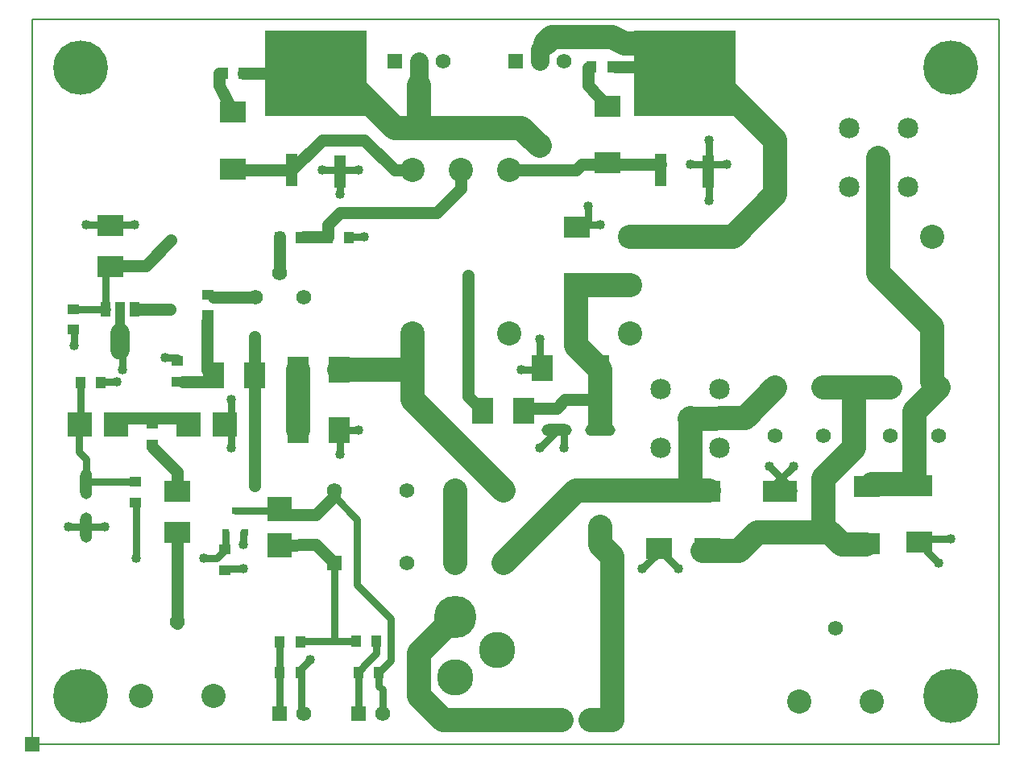
<source format=gtl>
G04 Format statement*
%FSLAX23Y23*%
%MOIN*%
G04 Apeture information*
%ADD10C,.003*%
%ADD11C,.005*%
%ADD12C,.001*%
%ADD13C,.008*%
%ADD14R,.062X.062*%
%ADD15R,.068X.068*%
%ADD16C,.062*%
%ADD17C,.068*%
%ADD18O,.125X.050*%
%ADD19O,.131X.056*%
%ADD20C,.056*%
%ADD21R,.040X.045*%
%ADD22R,.046X.051*%
%ADD23R,.046X.046*%
%ADD24C,.010*%
%ADD25R,.045X.040*%
%ADD26R,.051X.046*%
%ADD27R,.030X.030*%
%ADD28R,.036X.036*%
%ADD29R,.110X.090*%
%ADD30R,.116X.096*%
%ADD31R,.096X.096*%
%ADD32R,.090X.110*%
%ADD33R,.096X.116*%
%ADD34R,.040X.200*%
%ADD35R,.046X.206*%
%ADD36R,.040X.060*%
%ADD37R,.046X.066*%
%ADD38O,.080X.150*%
%ADD39O,.086X.156*%
%ADD40C,.086*%
%ADD41R,.100X.100*%
%ADD42R,.106X.106*%
%ADD43R,.140X.090*%
%ADD44R,.146X.096*%
%ADD45O,.050X.125*%
%ADD46O,.056X.131*%
%ADD47C,.085*%
%ADD48C,.091*%
%ADD49C,.070*%
%ADD50C,.076*%
%ADD51R,.420X.355*%
%ADD52R,.426X.361*%
%ADD53R,.361X.361*%
%ADD54R,.050X.135*%
%ADD55R,.056X.141*%
%ADD56R,.056X.056*%
%ADD57C,.175*%
%ADD58C,.181*%
%ADD59C,.150*%
%ADD60C,.156*%
%AMTHERM150*7,0,0,.170,.150,.050,0*%
%ADD61THERM150*%
%ADD62C,.100*%
%ADD63C,.106*%
%ADD64C,.075*%
%ADD65C,.030*%
%ADD66C,.050*%
%ADD67C,.012*%
%ADD68C,.040*%
%ADD69C,.046*%
%ADD70C,.225*%
%ADD71C,.231*%
%ADD72C,.006*%
G04 End of apeture information*
D14*
D03*D02*D02*X2000Y2825*D03*
D16*
D02*X2100Y2825*D03*
D02*X2200Y2825*D03*
D14*
D02*X1500Y2825*D03*
D16*
D02*X1600Y2825*D03*
D02*X1700Y2825*D03*
D18*
D02*X2350Y1300*D03*
D02*X2170Y1300*D03*
D21*
D02*X1110Y423*D03*
D02*X1025Y423*D03*
D02*X1110Y298*D03*
D02*X1025Y298*D03*
D25*
D02*X173Y1715*D03*
D02*X173Y1800*D03*
D21*
D02*X1310Y2098*D03*
D02*X1225Y2098*D03*
D25*
D02*X727Y1860*D03*
D02*X727Y1775*D03*
D21*
D02*X1110Y2098*D03*
D02*X1025Y2098*D03*
D02*X1340Y427*D03*
D02*X1425Y427*D03*
D02*X1435Y298*D03*
D02*X1350Y298*D03*
D25*
D02*X498Y1240*D03*
D02*X498Y1325*D03*
D21*
D02*X285Y1498*D03*
D02*X200Y1498*D03*
D25*
D02*X427Y1085*D03*
D02*X427Y1000*D03*
D02*X798Y720*D03*
D02*X798Y805*D03*
D02*X602Y1585*D03*
D02*X602Y1500*D03*
D21*
D02*X2315Y2802*D03*
D02*X2400Y2802*D03*
D02*X790Y2777*D03*
D02*X875Y2777*D03*
D16*
D02*X1125Y125*D03*
D14*
D02*X1025Y125*D03*
D16*
D02*X1450Y125*D03*
D14*
D02*X1350Y125*D03*
D27*
D02*X880Y875*D03*
D02*X800Y875*D03*
D02*X840Y965*D03*
D29*
D02*X325Y2145*D03*
D02*X325Y1975*D03*
D02*X3670Y835*D03*
D02*X3670Y1070*D03*
D02*X2255Y2140*D03*
D02*X2255Y1905*D03*
D32*
D02*X2110Y1555*D03*
D02*X2345Y1555*D03*
D29*
D02*X2795Y810*D03*
D02*X2795Y1045*D03*
D02*X3455Y1065*D03*
D02*X3455Y830*D03*
D32*
D02*X2035Y1380*D03*
D02*X1865Y1380*D03*
D02*X1270Y1550*D03*
D02*X1100Y1550*D03*
D02*X1270Y1300*D03*
D02*X1100Y1300*D03*
D29*
D02*X600Y1045*D03*
D02*X600Y875*D03*
D32*
D02*X920Y1525*D03*
D02*X750Y1525*D03*
D29*
D02*X2380Y2640*D03*
D02*X2380Y2405*D03*
D02*X830Y2615*D03*
D02*X830Y2380*D03*
D02*X2595Y810*D03*
D02*X2595Y1045*D03*
D34*
D02*X365Y1730*D03*
D36*
D02*X305Y1800*D03*
D02*X425Y1800*D03*
D38*
D02*X365Y1665*D03*
D14*
D02*X2400Y100*D03*
D16*
D02*X2300Y100*D03*
D02*X2200Y100*D03*
D02*X2100Y100*D03*
D41*
D02*X648Y1324*D03*
D02*X799Y1324*D03*
D02*X198Y1324*D03*
D02*X349Y1324*D03*
D02*X1026Y823*D03*
D02*X1026Y974*D03*
D43*
D02*X3095Y1045*D03*
D02*X3095Y875*D03*
D45*
D02*X225Y895*D03*
D02*X225Y1075*D03*
D16*
D02*X3275Y1275*D03*
D02*X3075Y1275*D03*
D02*X3075Y1475*D03*
D02*X3275Y1475*D03*
D02*X3750Y1275*D03*
D02*X3550Y1275*D03*
D02*X3550Y1475*D03*
D02*X3750Y1475*D03*
D47*
D02*X2600Y1225*D03*
D02*X2845Y1225*D03*
D02*X2845Y1470*D03*
D02*X2600Y1470*D03*
D49*
D02*X2722Y1348*D03*
D47*
D02*X3625Y2550*D03*
D02*X3380Y2550*D03*
D02*X3380Y2305*D03*
D02*X3625Y2305*D03*
D49*
D02*X3503Y2427*D03*
D16*
D02*X925Y1850*D03*
D02*X1025Y1950*D03*
D02*X1125Y1850*D03*
D02*X1250Y1050*D03*
D02*X1550Y1050*D03*
D02*X1750Y1050*D03*
D02*X1950Y1050*D03*
D02*X1950Y750*D03*
D02*X1750Y750*D03*
D02*X1550Y750*D03*
D14*
D02*X1250Y750*D03*
D51*
D02*X2700Y2775*D03*
D54*
D02*X2601Y2375*D03*
D02*X2799Y2370*D03*
D51*
D02*X1175Y2775*D03*
D54*
D02*X1076Y2375*D03*
D02*X1274Y2370*D03*
D57*
D02*X1750Y525*D03*
D59*
D02*X1925Y390*D03*
D02*X1750Y275*D03*
D16*
D02*X600Y505*D03*
D62*
D02*X750Y200*D03*
D02*X450Y200*D03*
D16*
D02*X3325Y480*D03*
D62*
D02*X3475Y175*D03*
D02*X3175Y175*D03*
D02*X1775Y2375*D03*
D02*X1975Y2375*D03*
D02*X1575Y2375*D03*
D02*X1575Y1700*D03*
D02*X1975Y1700*D03*
D02*X2475Y1900*D03*
D02*X2475Y2100*D03*
D02*X2475Y1700*D03*
D02*X3725Y1700*D03*
D02*X3725Y2100*D03*
D02*X1175Y2775*
D01*X1350Y2700*
D64*
D02*D02*X2100Y2875*
D01*X2125Y2900*
D62*
D02*D02*X2400Y2925*
D01*X2450Y2900*
D02*X2125Y2900*
D01*X2150Y2925*
D02*X1350Y2700*
D01*X1500Y2550*
D65*
D02*D02*X1250Y1025*
D01*X1345Y930*
D02*X1345Y660*
D01*X1485Y520*
D02*X1435Y295*
D01*X1485Y345*
D02*X1435Y240*
D01*X1450Y225*
D02*X1350Y298*
D01*X1375Y325*
X1425Y375*
D62*
D02*D02*X1575Y1425*
D01*X1950Y1050*
D02*X1950Y750*
D01*X2250Y1050*
D02*X2950Y1350*
D01*X3075Y1475*
D02*X2722Y1348*
D01*X2950Y1350*
D02*X2925Y800*
D01*X3000Y875*
D02*X3300Y875*
D01*X3350Y825*
D02*X3275Y1100*
D01*X3400Y1225*
D02*X3650Y1375*
D01*X3750Y1475*
D02*X3500Y1950*
D01*X3725Y1725*
D02*X2900Y2100*
D01*X3075Y2275*
D02*X2775Y2800*
D01*X3075Y2500*
D66*
D02*D02*X2375Y2400*
D01*X2380Y2405*
D02*X2415Y2802*
D01*X2625Y2800*
D02*X2300Y2725*
D01*X2380Y2640*
D02*X2250Y2375*
D01*X2275Y2400*
D02*X2375Y2400*
D01*X2380Y2405*
D02*X775Y2725*
D01*X830Y2615*
D02*X1075Y2375*
D01*X1200Y2500*
D02*X1375Y2500*
D01*X1500Y2375*
D62*
D02*D02*X2250Y1650*
D01*X2350Y1550*
D02*X2345Y1555*
D01*X2350Y1550*
D02*X2350Y825*
D01*X2400Y775*
D02*X1600Y375*
D01*X1750Y525*
D02*X1600Y200*
D01*X1700Y100*
D66*
D02*D02*X1675Y2200*
D01*X1775Y2300*
D02*X1225Y2150*
D01*X1275Y2200*
D02*X500Y1225*
D01*X600Y1125*
D02*X1175Y825*
D01*X1250Y750*
D02*X1026Y823*
D01*X1175Y825*
D02*X1175Y950*
D01*X1250Y1025*
D65*
D02*D02*X765Y770*
D01*X800Y805*
D02*X225Y1075*
D01*X230Y1085*
D02*X195Y1210*
D01*X225Y1180*
D02*X198Y1324*
D01*X200Y1325*
D66*
D02*D02*X2170Y1390*
D01*X2205Y1425*
D02*X1805Y1440*
D01*X1865Y1380*
D02*X470Y1980*
D01*X575Y2085*
D65*
D02*D02*X2100Y1225*
D01*X2175Y1300*
D02*X2575Y825*
D01*X2675Y725*
D02*X2525Y725*
D01*X2600Y800*
D02*X1110Y310*
D01*X1150Y350*
D02*X3700Y800*
D01*X3750Y750*
D02*X3075Y1075*
D01*X3150Y1150*
D02*X3050Y1150*
D01*X3150Y1050*
D02*X1115Y140*
D01*X1125Y125*
D62*
D02*D02*X2065Y2510*
D01*X2100Y2475*
D02*X2025Y2550*
D01*X2065Y2510*
D13*
D02*D02*X0Y0*
D01*X4000Y0*
X4000Y3000*
D02*X0Y3000*
D01*X4000Y3000*
D02*X0Y0*
D01*X0Y3000*
D62*
D02*D02*X2310Y100*
D01*X2400Y100*
D02*X1700Y100*
D01*X2190Y100*
D65*
D02*D02*X195Y1210*
D01*X195Y1320*
D02*X225Y1075*
D01*X225Y1180*
D02*X200Y1325*
D01*X200Y1495*
D02*X305Y1800*
D01*X305Y1970*
D02*X175Y1650*
D01*X175Y1700*
D02*X1125Y425*
D01*X1250Y425*
X1325Y425*
D66*
D02*D02*X600Y500*
D01*X600Y875*
D02*X600Y1045*
D01*X600Y1125*
D65*
D02*D02*X430Y770*
D01*X430Y995*
D02*X375Y1550*
D01*X375Y1650*
D62*
D02*D02*X2775Y800*
D01*X2925Y800*
D02*X3000Y875*
D01*X3095Y875*
D02*X3350Y825*
D01*X3450Y825*
D02*X3095Y875*
D01*X3300Y875*
D66*
D02*D02*X1025Y950*
D01*X1175Y950*
D65*
D02*D02*X710Y770*
D01*X765Y770*
D02*X800Y725*
D01*X875Y725*
D02*X150Y900*
D01*X300Y900*
D02*X3700Y850*
D01*X3800Y850*
D66*
D02*D02*X775Y2725*
D01*X775Y2775*
D02*X725Y1550*
D01*X725Y1750*
D65*
D02*D02*X800Y805*
D01*X800Y875*
D66*
D02*D02*X920Y1530*
D01*X920Y1685*
D02*X920Y1070*
D01*X920Y1525*
D65*
D02*D02*X875Y825*
D01*X875Y875*
D02*X825Y1225*
D01*X825Y1425*
D62*
D02*D02*X2250Y1050*
D01*X2800Y1050*
D02*X3475Y1075*
D01*X3650Y1075*
D65*
D02*D02*X840Y965*
D01*X1015Y965*
D02*X230Y1085*
D01*X425Y1085*
D02*X1115Y140*
D01*X1115Y280*
D02*X1025Y375*
D01*X1025Y423*
D02*X1025Y300*
D01*X1025Y375*
D02*X1250Y425*
D01*X1250Y750*
D66*
D02*D02*X1225Y2100*
D01*X1225Y2150*
D02*X1025Y1950*
D01*X1025Y2100*
D02*X1025Y2098*
D01*X1025Y2100*
D62*
D02*D02*X1100Y1300*
D01*X1100Y1550*
D66*
D02*D02*X1250Y1025*
D01*X1250Y1050*
D65*
D02*D02*X1275Y2275*
D01*X1275Y2375*
D02*X1275Y1200*
D01*X1275Y1300*
D02*X1025Y125*
D01*X1025Y300*
D62*
D02*D02*X1270Y1550*
D01*X1575Y1550*
D02*X3275Y1475*
D01*X3550Y1475*
D66*
D02*D02*X2205Y1425*
D01*X2350Y1425*
D02*X2030Y1390*
D01*X2170Y1390*
D02*X375Y1350*
D01*X625Y1350*
D02*X625Y1500*
D01*X750Y1500*
D65*
D02*D02*X2025Y1550*
D01*X2100Y1550*
D02*X300Y1500*
D01*X350Y1500*
D02*X1275Y1300*
D01*X1350Y1300*
D02*X1345Y660*
D01*X1345Y930*
D02*X1485Y345*
D01*X1485Y520*
D02*X1435Y285*
D01*X1435Y298*
D02*X1435Y240*
D01*X1435Y285*
D02*X1450Y125*
D01*X1450Y225*
D02*X1350Y250*
D01*X1350Y298*
D02*X1350Y125*
D01*X1350Y250*
D02*X1425Y375*
D01*X1425Y425*
D62*
D02*D02*X1575Y1425*
D01*X1575Y1700*
D02*X2250Y1900*
D01*X2475Y1900*
D66*
D02*D02*X750Y1850*
D01*X925Y1850*
D02*X435Y1800*
D01*X570Y1800*
D65*
D02*D02*X175Y1800*
D01*X310Y1800*
D02*X550Y1600*
D01*X600Y1600*
D64*
D02*D02*X1600Y2725*
D01*X1600Y2825*
D62*
D02*D02*X1600Y2550*
D01*X1600Y2725*
D02*X1750Y750*
D01*X1750Y1050*
D02*X1600Y200*
D01*X1600Y375*
D66*
D02*D02*X1775Y2300*
D01*X1775Y2375*
D02*X1805Y1440*
D01*X1805Y1940*
D62*
D02*D02*X2475Y2100*
D01*X2900Y2100*
D66*
D02*D02*X1275Y2200*
D01*X1675Y2200*
D02*X1125Y2100*
D01*X1225Y2100*
D02*X330Y1980*
D01*X470Y1980*
D65*
D02*D02*X2300Y2150*
D01*X2350Y2150*
D02*X225Y2150*
D01*X425Y2150*
D02*X1325Y2100*
D01*X1375Y2100*
D64*
D02*D02*X2100Y2825*
D01*X2100Y2875*
D65*
D02*D02*X2100Y1550*
D01*X2100Y1675*
D02*X2200Y1225*
D01*X2200Y1300*
D62*
D02*D02*X1500Y2550*
D01*X2025Y2550*
D66*
D02*D02*X2375Y2400*
D01*X2600Y2400*
D02*X1975Y2375*
D01*X2250Y2375*
D02*X2275Y2400*
D01*X2375Y2400*
D02*X825Y2375*
D01*X1075Y2375*
D02*X1200Y2500*
D01*X1375Y2500*
D02*X1500Y2375*
D01*X1575Y2375*
D65*
D02*D02*X2725Y2400*
D01*X2875Y2400*
D02*X1200Y2375*
D01*X1350Y2375*
D66*
D02*D02*X2300Y2725*
D01*X2300Y2800*
D62*
D02*D02*X2250Y1650*
D01*X2250Y1900*
D02*X2350Y1325*
D01*X2350Y1550*
D02*X2400Y450*
D01*X2400Y775*
D02*X2350Y825*
D01*X2350Y900*
D02*X2400Y100*
D01*X2400Y450*
D65*
D02*D02*X2300Y2150*
D01*X2300Y2225*
D66*
D02*D02*X2625Y2800*
D01*X2700Y2800*
D02*X875Y2775*
D01*X1000Y2775*
D62*
D02*D02*X2725Y1050*
D01*X2725Y1350*
D65*
D02*D02*X2800Y2250*
D01*X2800Y2500*
D62*
D02*D02*X2150Y2925*
D01*X2400Y2925*
D02*X2450Y2900*
D01*X2600Y2900*
D02*X3075Y2275*
D01*X3075Y2500*
D02*X3400Y1225*
D01*X3400Y1475*
D02*X3275Y875*
D01*X3275Y1100*
D02*X3500Y1950*
D01*X3500Y2425*
D02*X3650Y1075*
D01*X3650Y1375*
D02*X3725Y1500*
D01*X3725Y1700*
X3725Y1725*
D68*
D03*D02*D02*X150Y900*D03*
D02*X300Y900*D03*
D02*X175Y1650*D03*
D02*X225Y2150*D03*
D02*X430Y770*D03*
D02*X570Y1800*D03*
D02*X575Y2085*D03*
D02*X375Y1550*D03*
D02*X350Y1500*D03*
D02*X425Y2150*D03*
D02*X550Y1600*D03*
D02*X710Y770*D03*
D02*X920Y1685*D03*
D02*X920Y1070*D03*
D02*X875Y825*D03*
D02*X875Y725*D03*
D02*X825Y1225*D03*
D02*X825Y1425*D03*
D02*X1150Y350*D03*
D02*X1200Y2375*D03*
D02*X1275Y2275*D03*
D02*X1275Y1200*D03*
D02*X1350Y2375*D03*
D02*X1375Y2100*D03*
D02*X1350Y1300*D03*
D02*X1805Y1940*D03*
D02*X2025Y1550*D03*
D02*X2100Y1675*D03*
D02*X2100Y1225*D03*
D02*X2200Y1225*D03*
D02*X2025Y2550*D03*
D02*X2100Y2475*D03*
D02*X2065Y2510*D03*
D02*X2350Y1475*D03*
D02*X2350Y1425*D03*
D02*X2350Y1375*D03*
D02*X2400Y775*D03*
D02*X2350Y900*D03*
D02*X2350Y825*D03*
D02*X2350Y2150*D03*
D02*X2300Y2225*D03*
D02*X2525Y725*D03*
D02*X2800Y2250*D03*
D02*X2725Y2400*D03*
D02*X2875Y2400*D03*
D02*X2800Y2500*D03*
D02*X2675Y725*D03*
D02*X3050Y1150*D03*
D02*X3150Y1150*D03*
D02*X3800Y850*D03*
D02*X3750Y750*D03*
D70*
D02*X200Y2800*D03*
D02*X3800Y2800*D03*
D02*X3800Y200*D03*
D02*X200Y200*D03*
M02*

</source>
